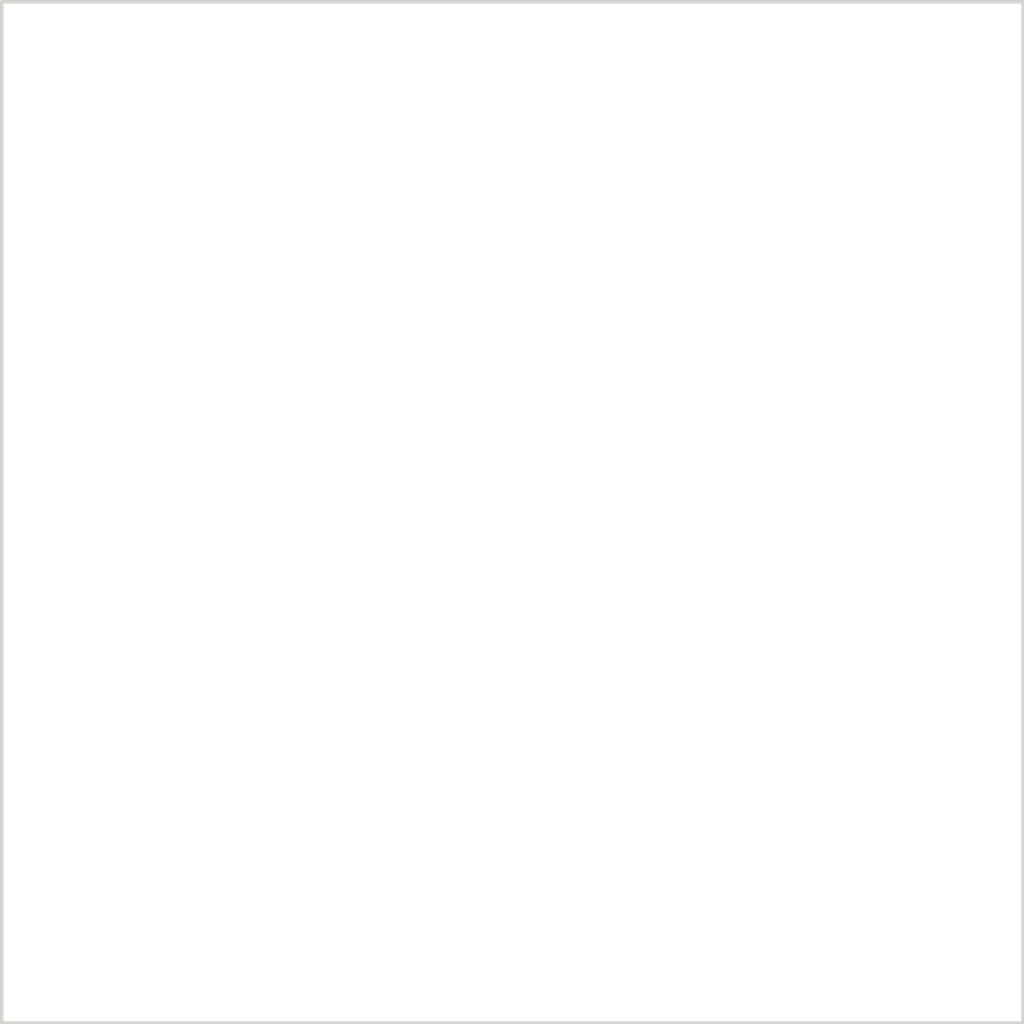
<source format=kicad_pcb>
(kicad_pcb
	(version 20240108)
	(generator "pcbnew")
	(generator_version "8.0")
	(general
		(thickness 1.6)
		(legacy_teardrops no)
	)
	(paper "A4")
	(layers
		(0 "F.Cu" signal)
		(31 "B.Cu" signal)
		(32 "B.Adhes" user "B.Adhesive")
		(33 "F.Adhes" user "F.Adhesive")
		(34 "B.Paste" user)
		(35 "F.Paste" user)
		(36 "B.SilkS" user "B.Silkscreen")
		(37 "F.SilkS" user "F.Silkscreen")
		(38 "B.Mask" user)
		(39 "F.Mask" user)
		(40 "Dwgs.User" user "User.Drawings")
		(41 "Cmts.User" user "User.Comments")
		(42 "Eco1.User" user "User.Eco1")
		(43 "Eco2.User" user "User.Eco2")
		(44 "Edge.Cuts" user)
		(45 "Margin" user)
		(46 "B.CrtYd" user "B.Courtyard")
		(47 "F.CrtYd" user "F.Courtyard")
		(48 "B.Fab" user)
		(49 "F.Fab" user)
		(50 "User.1" user)
		(51 "User.2" user)
		(52 "User.3" user)
		(53 "User.4" user)
		(54 "User.5" user)
		(55 "User.6" user)
		(56 "User.7" user)
		(57 "User.8" user)
		(58 "User.9" user)
	)
	(setup
		(pad_to_mask_clearance 0)
		(allow_soldermask_bridges_in_footprints no)
		(pcbplotparams
			(layerselection 0x00010fc_ffffffff)
			(plot_on_all_layers_selection 0x0000000_00000000)
			(disableapertmacros no)
			(usegerberextensions no)
			(usegerberattributes yes)
			(usegerberadvancedattributes yes)
			(creategerberjobfile yes)
			(dashed_line_dash_ratio 12.000000)
			(dashed_line_gap_ratio 3.000000)
			(svgprecision 4)
			(plotframeref no)
			(viasonmask no)
			(mode 1)
			(useauxorigin no)
			(hpglpennumber 1)
			(hpglpenspeed 20)
			(hpglpendiameter 15.000000)
			(pdf_front_fp_property_popups yes)
			(pdf_back_fp_property_popups yes)
			(dxfpolygonmode yes)
			(dxfimperialunits yes)
			(dxfusepcbnewfont yes)
			(psnegative no)
			(psa4output no)
			(plotreference yes)
			(plotvalue yes)
			(plotfptext yes)
			(plotinvisibletext no)
			(sketchpadsonfab no)
			(subtractmaskfromsilk no)
			(outputformat 1)
			(mirror no)
			(drillshape 1)
			(scaleselection 1)
			(outputdirectory "")
		)
	)
	(net 0 "")
	(gr_rect
		(start 152.4 73.66)
		(end 180.34 101.6)
		(stroke
			(width 0.1)
			(type solid)
		)
		(fill none)
		(layer "Edge.Cuts")
		(uuid "eb4e0dd6-f830-40c2-a788-ba5ae1cc25ef")
	)
)

</source>
